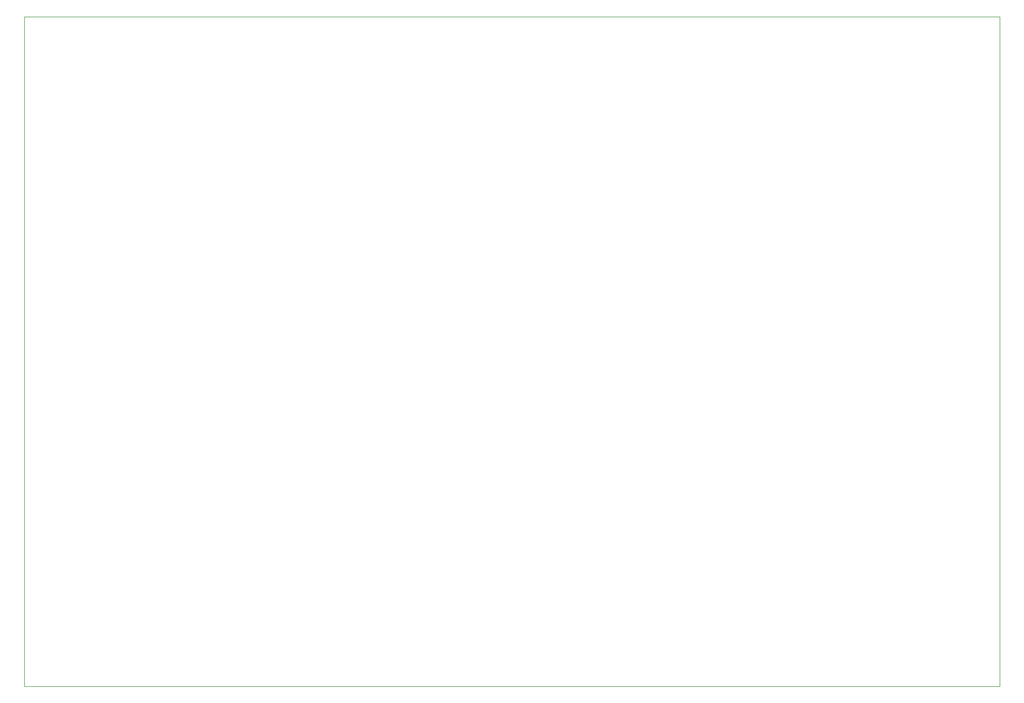
<source format=gbr>
G04 #@! TF.GenerationSoftware,KiCad,Pcbnew,5.1.9+dfsg1-1*
G04 #@! TF.CreationDate,2021-01-03T20:36:41+01:00*
G04 #@! TF.ProjectId,first_try,66697273-745f-4747-9279-2e6b69636164,rev?*
G04 #@! TF.SameCoordinates,Original*
G04 #@! TF.FileFunction,Profile,NP*
%FSLAX46Y46*%
G04 Gerber Fmt 4.6, Leading zero omitted, Abs format (unit mm)*
G04 Created by KiCad (PCBNEW 5.1.9+dfsg1-1) date 2021-01-03 20:36:41*
%MOMM*%
%LPD*%
G01*
G04 APERTURE LIST*
G04 #@! TA.AperFunction,Profile*
%ADD10C,0.050000*%
G04 #@! TD*
G04 APERTURE END LIST*
D10*
X67000000Y-32000000D02*
X230000000Y-32000000D01*
X67000000Y-144000000D02*
X67000000Y-32000000D01*
X230000000Y-144000000D02*
X67000000Y-144000000D01*
X230000000Y-32000000D02*
X230000000Y-144000000D01*
M02*

</source>
